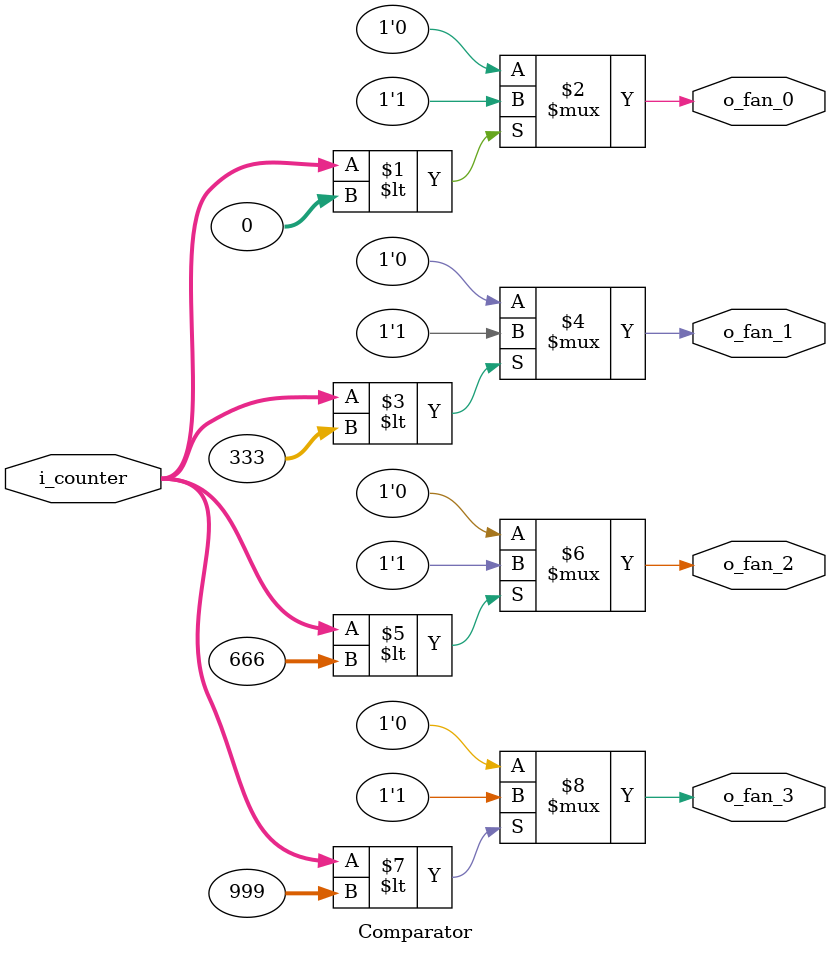
<source format=v>
`timescale 1ns / 1ps

module Comparator(
    input [9:0] i_counter,
    output o_fan_0, o_fan_1, o_fan_2, o_fan_3
    );

    /* 
        o_fan_0 :  0%
        o_fan_1 : 33%
        o_fan_2 : 66%
        o_fan_3 : 99%
    */

    assign o_fan_0 = (i_counter < 0)   ? 1'b1 : 1'b0;
    assign o_fan_1 = (i_counter < 333) ? 1'b1 : 1'b0;
    assign o_fan_2 = (i_counter < 666) ? 1'b1 : 1'b0;
    assign o_fan_3 = (i_counter < 999) ? 1'b1 : 1'b0;
endmodule

</source>
